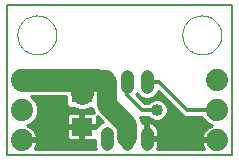
<source format=gtl>
G75*
G70*
%OFA0B0*%
%FSLAX24Y24*%
%IPPOS*%
%LPD*%
%AMOC8*
5,1,8,0,0,1.08239X$1,22.5*
%
%ADD10C,0.0080*%
%ADD11R,0.0709X0.0630*%
%ADD12C,0.0000*%
%ADD13C,0.0433*%
%ADD14C,0.0740*%
%ADD15C,0.0750*%
%ADD16C,0.0500*%
%ADD17C,0.0650*%
%ADD18C,0.0100*%
%ADD19C,0.0120*%
%ADD20C,0.0400*%
D10*
X013833Y004000D02*
X021333Y004000D01*
X021333Y009000D01*
X013833Y009000D01*
X013833Y004000D01*
D11*
X016333Y004949D03*
X016333Y006051D03*
D12*
X014183Y008000D02*
X014185Y008050D01*
X014191Y008100D01*
X014201Y008150D01*
X014214Y008198D01*
X014231Y008246D01*
X014252Y008292D01*
X014276Y008336D01*
X014304Y008378D01*
X014335Y008418D01*
X014369Y008455D01*
X014406Y008490D01*
X014445Y008521D01*
X014486Y008550D01*
X014530Y008575D01*
X014576Y008597D01*
X014623Y008615D01*
X014671Y008629D01*
X014720Y008640D01*
X014770Y008647D01*
X014820Y008650D01*
X014871Y008649D01*
X014921Y008644D01*
X014971Y008635D01*
X015019Y008623D01*
X015067Y008606D01*
X015113Y008586D01*
X015158Y008563D01*
X015201Y008536D01*
X015241Y008506D01*
X015279Y008473D01*
X015314Y008437D01*
X015347Y008398D01*
X015376Y008357D01*
X015402Y008314D01*
X015425Y008269D01*
X015444Y008222D01*
X015459Y008174D01*
X015471Y008125D01*
X015479Y008075D01*
X015483Y008025D01*
X015483Y007975D01*
X015479Y007925D01*
X015471Y007875D01*
X015459Y007826D01*
X015444Y007778D01*
X015425Y007731D01*
X015402Y007686D01*
X015376Y007643D01*
X015347Y007602D01*
X015314Y007563D01*
X015279Y007527D01*
X015241Y007494D01*
X015201Y007464D01*
X015158Y007437D01*
X015113Y007414D01*
X015067Y007394D01*
X015019Y007377D01*
X014971Y007365D01*
X014921Y007356D01*
X014871Y007351D01*
X014820Y007350D01*
X014770Y007353D01*
X014720Y007360D01*
X014671Y007371D01*
X014623Y007385D01*
X014576Y007403D01*
X014530Y007425D01*
X014486Y007450D01*
X014445Y007479D01*
X014406Y007510D01*
X014369Y007545D01*
X014335Y007582D01*
X014304Y007622D01*
X014276Y007664D01*
X014252Y007708D01*
X014231Y007754D01*
X014214Y007802D01*
X014201Y007850D01*
X014191Y007900D01*
X014185Y007950D01*
X014183Y008000D01*
X019683Y008000D02*
X019685Y008050D01*
X019691Y008100D01*
X019701Y008150D01*
X019714Y008198D01*
X019731Y008246D01*
X019752Y008292D01*
X019776Y008336D01*
X019804Y008378D01*
X019835Y008418D01*
X019869Y008455D01*
X019906Y008490D01*
X019945Y008521D01*
X019986Y008550D01*
X020030Y008575D01*
X020076Y008597D01*
X020123Y008615D01*
X020171Y008629D01*
X020220Y008640D01*
X020270Y008647D01*
X020320Y008650D01*
X020371Y008649D01*
X020421Y008644D01*
X020471Y008635D01*
X020519Y008623D01*
X020567Y008606D01*
X020613Y008586D01*
X020658Y008563D01*
X020701Y008536D01*
X020741Y008506D01*
X020779Y008473D01*
X020814Y008437D01*
X020847Y008398D01*
X020876Y008357D01*
X020902Y008314D01*
X020925Y008269D01*
X020944Y008222D01*
X020959Y008174D01*
X020971Y008125D01*
X020979Y008075D01*
X020983Y008025D01*
X020983Y007975D01*
X020979Y007925D01*
X020971Y007875D01*
X020959Y007826D01*
X020944Y007778D01*
X020925Y007731D01*
X020902Y007686D01*
X020876Y007643D01*
X020847Y007602D01*
X020814Y007563D01*
X020779Y007527D01*
X020741Y007494D01*
X020701Y007464D01*
X020658Y007437D01*
X020613Y007414D01*
X020567Y007394D01*
X020519Y007377D01*
X020471Y007365D01*
X020421Y007356D01*
X020371Y007351D01*
X020320Y007350D01*
X020270Y007353D01*
X020220Y007360D01*
X020171Y007371D01*
X020123Y007385D01*
X020076Y007403D01*
X020030Y007425D01*
X019986Y007450D01*
X019945Y007479D01*
X019906Y007510D01*
X019869Y007545D01*
X019835Y007582D01*
X019804Y007622D01*
X019776Y007664D01*
X019752Y007708D01*
X019731Y007754D01*
X019714Y007802D01*
X019701Y007850D01*
X019691Y007900D01*
X019685Y007950D01*
X019683Y008000D01*
D13*
X018503Y006622D02*
X018503Y006268D01*
X018503Y006622D02*
X018503Y006622D01*
X018503Y006268D01*
X018503Y006268D01*
X017833Y006268D02*
X017833Y006622D01*
X017833Y006622D01*
X017833Y006268D01*
X017833Y006268D01*
X017164Y006268D02*
X017164Y006622D01*
X017164Y006622D01*
X017164Y006268D01*
X017164Y006268D01*
X017164Y004732D02*
X017164Y004378D01*
X017164Y004732D02*
X017164Y004732D01*
X017164Y004378D01*
X017164Y004378D01*
X017833Y004378D02*
X017833Y004732D01*
X017833Y004732D01*
X017833Y004378D01*
X017833Y004378D01*
X018503Y004378D02*
X018503Y004732D01*
X018503Y004732D01*
X018503Y004378D01*
X018503Y004378D01*
D14*
X020833Y004500D03*
X020833Y005500D03*
X020833Y006500D03*
X014333Y006500D03*
X014333Y005500D03*
X014333Y004500D03*
D15*
X016333Y006051D02*
X016333Y006500D01*
X016833Y006500D01*
X016333Y006500D02*
X014333Y006500D01*
D16*
X016833Y006500D02*
X017033Y006500D01*
D17*
X017109Y006500D01*
X017164Y006445D01*
X017164Y005669D01*
X017833Y005000D01*
X017833Y004555D01*
D18*
X018453Y004605D02*
X018453Y005096D01*
X018396Y005085D01*
X018329Y005057D01*
X018328Y005057D01*
X018328Y005098D01*
X018257Y005270D01*
X018540Y005270D01*
X018624Y005186D01*
X018760Y005130D01*
X018907Y005130D01*
X019043Y005186D01*
X019147Y005290D01*
X019203Y005426D01*
X019203Y005574D01*
X019147Y005710D01*
X019043Y005814D01*
X018907Y005870D01*
X018760Y005870D01*
X018624Y005814D01*
X018540Y005730D01*
X018429Y005730D01*
X018135Y006023D01*
X018161Y006049D01*
X018168Y006066D01*
X018175Y006049D01*
X018284Y005940D01*
X018426Y005881D01*
X018580Y005881D01*
X018722Y005940D01*
X018830Y006049D01*
X018868Y006140D01*
X019603Y005405D01*
X019738Y005270D01*
X020344Y005270D01*
X020376Y005194D01*
X020527Y005042D01*
X020656Y004989D01*
X020634Y004982D01*
X020561Y004945D01*
X020495Y004897D01*
X020437Y004839D01*
X020389Y004773D01*
X020351Y004700D01*
X020326Y004622D01*
X020315Y004550D01*
X020783Y004550D01*
X020783Y004450D01*
X020315Y004450D01*
X020326Y004378D01*
X020351Y004300D01*
X020389Y004227D01*
X020401Y004210D01*
X018830Y004210D01*
X018855Y004271D01*
X018869Y004342D01*
X018869Y004505D01*
X018553Y004505D01*
X018553Y004605D01*
X018869Y004605D01*
X018869Y004768D01*
X018855Y004839D01*
X018827Y004906D01*
X018787Y004966D01*
X018736Y005017D01*
X018676Y005057D01*
X018610Y005085D01*
X018553Y005096D01*
X018553Y004605D01*
X018453Y004605D01*
X018453Y004690D02*
X018553Y004690D01*
X018553Y004788D02*
X018453Y004788D01*
X018453Y004887D02*
X018553Y004887D01*
X018835Y004887D02*
X020484Y004887D01*
X020400Y004788D02*
X018865Y004788D01*
X018869Y004690D02*
X020348Y004690D01*
X020321Y004591D02*
X018553Y004591D01*
X018869Y004493D02*
X020783Y004493D01*
X020324Y004394D02*
X018869Y004394D01*
X018860Y004296D02*
X020354Y004296D01*
X020643Y004985D02*
X018768Y004985D01*
X018613Y005084D02*
X020486Y005084D01*
X020388Y005182D02*
X019032Y005182D01*
X019137Y005281D02*
X019728Y005281D01*
X019629Y005379D02*
X019184Y005379D01*
X019203Y005478D02*
X019531Y005478D01*
X019432Y005576D02*
X019202Y005576D01*
X019162Y005675D02*
X019334Y005675D01*
X019235Y005773D02*
X019084Y005773D01*
X019137Y005872D02*
X018287Y005872D01*
X018254Y005970D02*
X018189Y005970D01*
X018752Y005970D02*
X019038Y005970D01*
X018940Y006069D02*
X018838Y006069D01*
X018583Y005773D02*
X018386Y005773D01*
X016737Y005406D02*
X016707Y005414D01*
X016383Y005414D01*
X016383Y004999D01*
X016283Y004999D01*
X016283Y004899D01*
X015829Y004899D01*
X015829Y004614D01*
X015839Y004576D01*
X015859Y004542D01*
X015887Y004514D01*
X015921Y004494D01*
X015959Y004484D01*
X016283Y004484D01*
X016283Y004899D01*
X016383Y004899D01*
X016383Y004484D01*
X016707Y004484D01*
X016746Y004494D01*
X016778Y004513D01*
X016778Y004301D01*
X016815Y004210D01*
X014765Y004210D01*
X014778Y004227D01*
X014815Y004300D01*
X014841Y004378D01*
X014852Y004450D01*
X014383Y004450D01*
X014383Y004550D01*
X014852Y004550D01*
X014841Y004622D01*
X014815Y004700D01*
X014778Y004773D01*
X014730Y004839D01*
X014672Y004897D01*
X014606Y004945D01*
X014533Y004982D01*
X014511Y004989D01*
X014639Y005042D01*
X014791Y005194D01*
X014873Y005393D01*
X014873Y005607D01*
X014791Y005806D01*
X014642Y005955D01*
X015788Y005955D01*
X015788Y005943D01*
X015809Y005893D01*
X015809Y005666D01*
X015909Y005566D01*
X016080Y005566D01*
X016225Y005506D01*
X016442Y005506D01*
X016587Y005566D01*
X016671Y005566D01*
X016737Y005406D01*
X016708Y005478D02*
X014873Y005478D01*
X014873Y005576D02*
X015899Y005576D01*
X015809Y005675D02*
X014846Y005675D01*
X014805Y005773D02*
X015809Y005773D01*
X015809Y005872D02*
X014726Y005872D01*
X014868Y005379D02*
X015882Y005379D01*
X015887Y005384D02*
X015859Y005356D01*
X015839Y005322D01*
X015829Y005284D01*
X015829Y004999D01*
X016283Y004999D01*
X016283Y005414D01*
X015959Y005414D01*
X015921Y005404D01*
X015887Y005384D01*
X015829Y005281D02*
X014827Y005281D01*
X014779Y005182D02*
X015829Y005182D01*
X015829Y005084D02*
X014681Y005084D01*
X014523Y004985D02*
X016283Y004985D01*
X016283Y005084D02*
X016383Y005084D01*
X016383Y004999D02*
X016838Y004999D01*
X016838Y005284D01*
X016833Y005300D01*
X016884Y005250D01*
X017036Y005098D01*
X016945Y005060D01*
X016836Y004951D01*
X016815Y004899D01*
X016383Y004899D01*
X016383Y004999D01*
X016383Y004985D02*
X016870Y004985D01*
X016838Y005084D02*
X017002Y005084D01*
X016951Y005182D02*
X016838Y005182D01*
X016838Y005281D02*
X016853Y005281D01*
X016383Y005281D02*
X016283Y005281D01*
X016283Y005379D02*
X016383Y005379D01*
X016383Y005182D02*
X016283Y005182D01*
X016283Y004887D02*
X016383Y004887D01*
X016383Y004788D02*
X016283Y004788D01*
X016283Y004690D02*
X016383Y004690D01*
X016383Y004591D02*
X016283Y004591D01*
X016283Y004493D02*
X016383Y004493D01*
X016740Y004493D02*
X016778Y004493D01*
X016778Y004394D02*
X014843Y004394D01*
X014813Y004296D02*
X016780Y004296D01*
X015927Y004493D02*
X014383Y004493D01*
X014845Y004591D02*
X015835Y004591D01*
X015829Y004690D02*
X014819Y004690D01*
X014767Y004788D02*
X015829Y004788D01*
X015829Y004887D02*
X014682Y004887D01*
X018294Y005182D02*
X018634Y005182D01*
X018553Y005084D02*
X018453Y005084D01*
X018393Y005084D02*
X018328Y005084D01*
X018453Y004985D02*
X018553Y004985D01*
D19*
X018333Y005500D02*
X018833Y005500D01*
X018333Y005500D02*
X017833Y006000D01*
X017833Y006445D01*
X018503Y006445D02*
X018888Y006445D01*
X019833Y005500D01*
X020833Y005500D01*
D20*
X018833Y005500D03*
M02*

</source>
